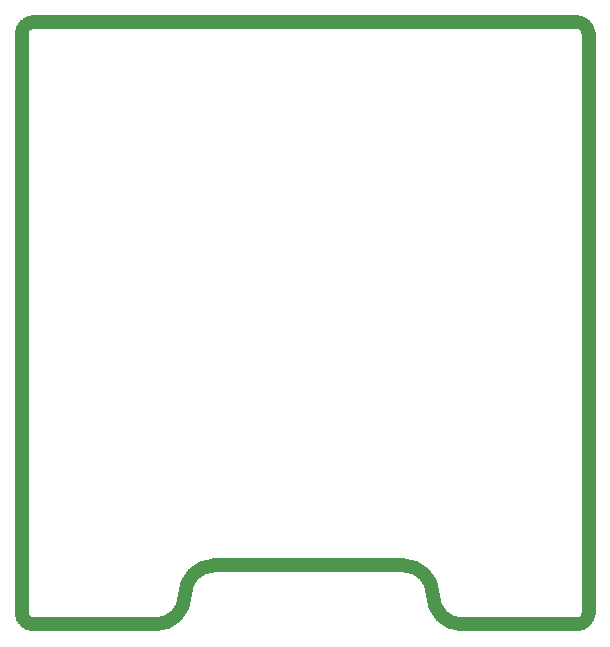
<source format=gko>
G04 Layer_Color=16711935*
%FSLAX44Y44*%
%MOMM*%
G71*
G01*
G75*
%ADD50C,1.2000*%
D50*
X10000Y510000D02*
G03*
X0Y500000I0J-10000D01*
G01*
X480000D02*
G03*
X470000Y510000I-10000J0D01*
G01*
X0Y10000D02*
G03*
X10000Y0I10000J0D01*
G01*
X470000D02*
G03*
X480000Y10000I0J10000D01*
G01*
X348200Y25000D02*
G03*
X373200Y0I25000J0D01*
G01*
X348200Y25000D02*
G03*
X323200Y50000I-25000J0D01*
G01*
X163200D02*
G03*
X138200Y25000I0J-25000D01*
G01*
X113200Y0D02*
G03*
X138200Y25000I0J25000D01*
G01*
X373200Y0D02*
X470000D01*
X10000Y0D02*
X113200D01*
X163200Y50000D02*
X323200D01*
X0Y10000D02*
Y500000D01*
X10000Y510000D02*
X470000D01*
X480000Y10000D02*
Y500000D01*
M02*

</source>
